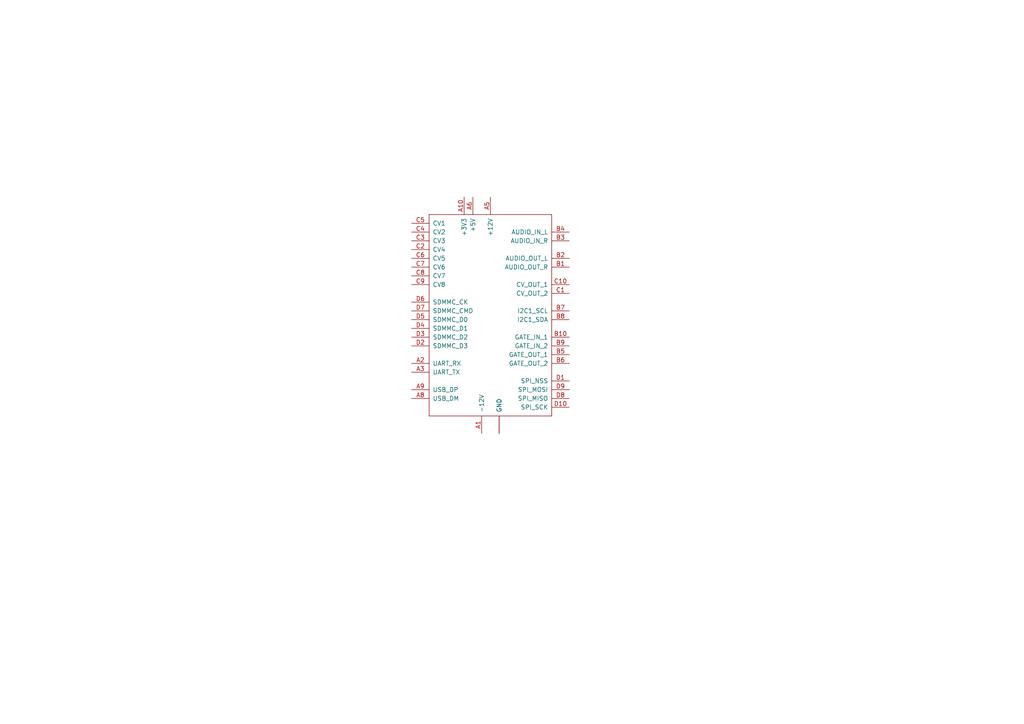
<source format=kicad_sch>
(kicad_sch (version 20230121) (generator eeschema)
  (paper "A4")
  (title_block (title "2CQ") (date "2025-01-19") (rev "v01") (comment 1 "creativecommons.org/licenses/by/4.0/") (comment 2 "License CC BY 4.0") (comment 3 "Author: Michael D. Jones"))
  (lib_symbols
    (symbol "ES_Daisy_Patch_SM_FB_Rev1-eagle-import:ES_DAISY_PATCH_SM_REV1" (pin_names (offset 1.016))
      (symbol "ES_DAISY_PATCH_SM_REV1_1_0"
        (polyline (pts (xy -17.78 -30.48) (xy 17.78 -30.48)))
        (polyline (pts (xy -17.78 27.94) (xy -17.78 -30.48)))
        (polyline (pts (xy 17.78 -30.48) (xy 17.78 27.94)))
        (polyline (pts (xy 17.78 27.94) (xy -17.78 27.94)))
        (pin bidirectional line (at -2.54 -35.56 90) (length 5.08) (name "-12V") (number "A1"))
        (pin bidirectional line (at -7.62 33.02 270) (length 5.08) (name "+3V3") (number "A10"))
        (pin bidirectional line (at -22.86 -15.24 0) (length 5.08) (name "UART_RX") (number "A2"))
        (pin bidirectional line (at -22.86 -17.78 0) (length 5.08) (name "UART_TX") (number "A3"))
        (pin bidirectional line (at 2.54 -35.56 90) (length 5.08) (name "GND") (number "A4"))
        (pin bidirectional line (at 0 33.02 270) (length 5.08) (name "+12V") (number "A5"))
        (pin bidirectional line (at -5.08 33.02 270) (length 5.08) (name "+5V") (number "A6"))
        (pin bidirectional line (at 2.54 -35.56 90) (length 5.08) (name "GND") (number "A7"))
        (pin bidirectional line (at -22.86 -25.4 0) (length 5.08) (name "USB_DM") (number "A8"))
        (pin bidirectional line (at -22.86 -22.86 0) (length 5.08) (name "USB_DP") (number "A9"))
        (pin bidirectional line (at 22.86 12.7 180) (length 5.08) (name "AUDIO_OUT_R") (number "B1"))
        (pin bidirectional line (at 22.86 -7.62 180) (length 5.08) (name "GATE_IN_1") (number "B10"))
        (pin bidirectional line (at 22.86 15.24 180) (length 5.08) (name "AUDIO_OUT_L") (number "B2"))
        (pin bidirectional line (at 22.86 20.32 180) (length 5.08) (name "AUDIO_IN_R") (number "B3"))
        (pin bidirectional line (at 22.86 22.86 180) (length 5.08) (name "AUDIO_IN_L") (number "B4"))
        (pin bidirectional line (at 22.86 -12.7 180) (length 5.08) (name "GATE_OUT_1") (number "B5"))
        (pin bidirectional line (at 22.86 -15.24 180) (length 5.08) (name "GATE_OUT_2") (number "B6"))
        (pin bidirectional line (at 22.86 0 180) (length 5.08) (name "I2C1_SCL") (number "B7"))
        (pin bidirectional line (at 22.86 -2.54 180) (length 5.08) (name "I2C1_SDA") (number "B8"))
        (pin bidirectional line (at 22.86 -10.16 180) (length 5.08) (name "GATE_IN_2") (number "B9"))
        (pin bidirectional line (at 22.86 5.08 180) (length 5.08) (name "CV_OUT_2") (number "C1"))
        (pin bidirectional line (at 22.86 7.62 180) (length 5.08) (name "CV_OUT_1") (number "C10"))
        (pin bidirectional line (at -22.86 17.78 0) (length 5.08) (name "CV4") (number "C2"))
        (pin bidirectional line (at -22.86 20.32 0) (length 5.08) (name "CV3") (number "C3"))
        (pin bidirectional line (at -22.86 22.86 0) (length 5.08) (name "CV2") (number "C4"))
        (pin bidirectional line (at -22.86 25.4 0) (length 5.08) (name "CV1") (number "C5"))
        (pin bidirectional line (at -22.86 15.24 0) (length 5.08) (name "CV5") (number "C6"))
        (pin bidirectional line (at -22.86 12.7 0) (length 5.08) (name "CV6") (number "C7"))
        (pin bidirectional line (at -22.86 10.16 0) (length 5.08) (name "CV7") (number "C8"))
        (pin bidirectional line (at -22.86 7.62 0) (length 5.08) (name "CV8") (number "C9"))
        (pin bidirectional line (at 22.86 -20.32 180) (length 5.08) (name "SPI_NSS") (number "D1"))
        (pin bidirectional line (at 22.86 -27.94 180) (length 5.08) (name "SPI_SCK") (number "D10"))
        (pin bidirectional line (at -22.86 -10.16 0) (length 5.08) (name "SDMMC_D3") (number "D2"))
        (pin bidirectional line (at -22.86 -7.62 0) (length 5.08) (name "SDMMC_D2") (number "D3"))
        (pin bidirectional line (at -22.86 -5.08 0) (length 5.08) (name "SDMMC_D1") (number "D4"))
        (pin bidirectional line (at -22.86 -2.54 0) (length 5.08) (name "SDMMC_D0") (number "D5"))
        (pin bidirectional line (at -22.86 2.54 0) (length 5.08) (name "SDMMC_CK") (number "D6"))
        (pin bidirectional line (at -22.86 0 0) (length 5.08) (name "SDMMC_CMD") (number "D7"))
        (pin bidirectional line (at 22.86 -25.4 180) (length 5.08) (name "SPI_MISO") (number "D8"))
        (pin bidirectional line (at 22.86 -22.86 180) (length 5.08) (name "SPI_MOSI") (number "D9"))
      )
    )
  )
  (symbol (lib_id "ES_Daisy_Patch_SM_FB_Rev1-eagle-import:ES_DAISY_PATCH_SM_REV1") (at 142.24 90.17 0) (unit 1)
    (property "Reference" "1" (effects hide))
    (property "Value" "ES_DAISY_PATCH_SM_REV1" (effects hide))
  )
)
</source>
